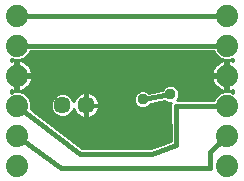
<source format=gbl>
G75*
%MOIN*%
%OFA0B0*%
%FSLAX24Y24*%
%IPPOS*%
%LPD*%
%AMOC8*
5,1,8,0,0,1.08239X$1,22.5*
%
%ADD10C,0.0740*%
%ADD11C,0.0570*%
%ADD12C,0.0100*%
%ADD13C,0.0160*%
%ADD14C,0.0376*%
D10*
X001378Y001811D03*
X001378Y002811D03*
X001378Y003811D03*
X001378Y004811D03*
X001378Y005811D03*
X001378Y006811D03*
X008378Y006811D03*
X008378Y005811D03*
X008378Y004811D03*
X008378Y003811D03*
X008378Y002811D03*
X008378Y001811D03*
D11*
X003681Y003823D03*
X002894Y003823D03*
D12*
X002528Y003674D02*
X001868Y003674D01*
X001848Y003690D02*
X001858Y003716D01*
X001858Y003907D01*
X001785Y004083D01*
X001650Y004218D01*
X001474Y004291D01*
X001283Y004291D01*
X001173Y004246D01*
X001173Y004333D01*
X001179Y004330D01*
X001257Y004304D01*
X001328Y004293D01*
X001328Y004761D01*
X001428Y004761D01*
X001428Y004293D01*
X001500Y004304D01*
X001578Y004330D01*
X001651Y004367D01*
X001717Y004415D01*
X001775Y004473D01*
X001823Y004539D01*
X001860Y004612D01*
X001886Y004690D01*
X001897Y004761D01*
X001428Y004761D01*
X001428Y004861D01*
X001328Y004861D01*
X001328Y005330D01*
X001257Y005319D01*
X001179Y005293D01*
X001173Y005290D01*
X001173Y005377D01*
X001283Y005331D01*
X001474Y005331D01*
X001650Y005404D01*
X001785Y005540D01*
X001819Y005621D01*
X007937Y005621D01*
X007971Y005540D01*
X008106Y005404D01*
X008283Y005331D01*
X008474Y005331D01*
X008582Y005376D01*
X008582Y005291D01*
X008578Y005293D01*
X008500Y005319D01*
X008428Y005330D01*
X008428Y004861D01*
X008328Y004861D01*
X008328Y004761D01*
X008428Y004761D01*
X008428Y004293D01*
X008500Y004304D01*
X008578Y004330D01*
X008582Y004332D01*
X008582Y004247D01*
X008474Y004291D01*
X008283Y004291D01*
X008106Y004218D01*
X007971Y004083D01*
X007937Y004001D01*
X006798Y004001D01*
X006790Y004008D01*
X006720Y004001D01*
X006718Y004001D01*
X006745Y004028D01*
X006791Y004138D01*
X006791Y004257D01*
X006745Y004366D01*
X006661Y004450D01*
X006552Y004495D01*
X006433Y004495D01*
X006324Y004450D01*
X006240Y004366D01*
X006229Y004339D01*
X005758Y004247D01*
X005736Y004269D01*
X005627Y004314D01*
X005508Y004314D01*
X005398Y004269D01*
X005315Y004185D01*
X005269Y004075D01*
X005269Y003957D01*
X005315Y003847D01*
X005398Y003763D01*
X005508Y003718D01*
X005627Y003718D01*
X005736Y003763D01*
X005820Y003847D01*
X005831Y003874D01*
X006302Y003966D01*
X006324Y003945D01*
X006433Y003899D01*
X006509Y003899D01*
X006495Y003886D01*
X006495Y003876D01*
X006489Y003869D01*
X006495Y003799D01*
X006499Y002639D01*
X005836Y002387D01*
X003541Y002387D01*
X001848Y003690D01*
X001858Y003773D02*
X002499Y003773D01*
X002499Y003745D02*
X002559Y003599D01*
X002670Y003488D01*
X002816Y003428D01*
X002973Y003428D01*
X003118Y003488D01*
X003229Y003599D01*
X003267Y003691D01*
X003278Y003656D01*
X003309Y003595D01*
X003350Y003540D01*
X003398Y003491D01*
X003454Y003451D01*
X003515Y003420D01*
X003580Y003399D01*
X003647Y003388D01*
X003663Y003388D01*
X003663Y003804D01*
X003700Y003804D01*
X003700Y003388D01*
X003716Y003388D01*
X003783Y003399D01*
X003848Y003420D01*
X003909Y003451D01*
X003965Y003491D01*
X004013Y003540D01*
X004054Y003595D01*
X004085Y003656D01*
X004106Y003721D01*
X004116Y003789D01*
X004116Y003804D01*
X003700Y003804D01*
X003700Y003842D01*
X003663Y003842D01*
X003663Y004258D01*
X003647Y004258D01*
X003580Y004248D01*
X003515Y004226D01*
X003454Y004195D01*
X003398Y004155D01*
X003350Y004107D01*
X003309Y004051D01*
X003278Y003990D01*
X003267Y003955D01*
X003229Y004047D01*
X003118Y004158D01*
X002973Y004218D01*
X002816Y004218D01*
X002670Y004158D01*
X002559Y004047D01*
X002499Y003902D01*
X002499Y003745D01*
X002499Y003871D02*
X001858Y003871D01*
X001832Y003970D02*
X002527Y003970D01*
X002580Y004068D02*
X001792Y004068D01*
X001702Y004167D02*
X002691Y004167D01*
X003097Y004167D02*
X003414Y004167D01*
X003322Y004068D02*
X003208Y004068D01*
X003261Y003970D02*
X003272Y003970D01*
X003260Y003674D02*
X003273Y003674D01*
X003324Y003576D02*
X003205Y003576D01*
X003091Y003477D02*
X003418Y003477D01*
X003663Y003477D02*
X003700Y003477D01*
X003700Y003576D02*
X003663Y003576D01*
X003663Y003674D02*
X003700Y003674D01*
X003700Y003773D02*
X003663Y003773D01*
X003700Y003842D02*
X004116Y003842D01*
X004116Y003857D01*
X004106Y003925D01*
X004085Y003990D01*
X004054Y004051D01*
X004013Y004107D01*
X003965Y004155D01*
X003909Y004195D01*
X003848Y004226D01*
X003783Y004248D01*
X003716Y004258D01*
X003700Y004258D01*
X003700Y003842D01*
X003700Y003871D02*
X003663Y003871D01*
X003663Y003970D02*
X003700Y003970D01*
X003700Y004068D02*
X003663Y004068D01*
X003663Y004167D02*
X003700Y004167D01*
X003949Y004167D02*
X005307Y004167D01*
X005269Y004068D02*
X004041Y004068D01*
X004091Y003970D02*
X005269Y003970D01*
X005305Y003871D02*
X004114Y003871D01*
X004114Y003773D02*
X005389Y003773D01*
X005745Y003773D02*
X006496Y003773D01*
X006491Y003871D02*
X005830Y003871D01*
X005851Y004265D02*
X005740Y004265D01*
X005395Y004265D02*
X001537Y004265D01*
X001645Y004364D02*
X006239Y004364D01*
X006353Y004462D02*
X001765Y004462D01*
X001834Y004561D02*
X007922Y004561D01*
X007934Y004539D02*
X007896Y004612D01*
X007871Y004690D01*
X007860Y004761D01*
X008328Y004761D01*
X008328Y004293D01*
X008257Y004304D01*
X008179Y004330D01*
X008106Y004367D01*
X008040Y004415D01*
X007982Y004473D01*
X007934Y004539D01*
X007992Y004462D02*
X006632Y004462D01*
X006746Y004364D02*
X008112Y004364D01*
X008220Y004265D02*
X006787Y004265D01*
X006791Y004167D02*
X008055Y004167D01*
X007965Y004068D02*
X006762Y004068D01*
X006496Y003674D02*
X004090Y003674D01*
X004039Y003576D02*
X006496Y003576D01*
X006496Y003477D02*
X003945Y003477D01*
X003149Y002689D02*
X006499Y002689D01*
X006499Y002788D02*
X003021Y002788D01*
X002893Y002886D02*
X006498Y002886D01*
X006498Y002985D02*
X002765Y002985D01*
X002637Y003083D02*
X006498Y003083D01*
X006497Y003182D02*
X002509Y003182D01*
X002381Y003280D02*
X006497Y003280D01*
X006497Y003379D02*
X002253Y003379D01*
X002124Y003477D02*
X002697Y003477D01*
X002583Y003576D02*
X001996Y003576D01*
X001220Y004265D02*
X001173Y004265D01*
X001328Y004364D02*
X001428Y004364D01*
X001428Y004462D02*
X001328Y004462D01*
X001328Y004561D02*
X001428Y004561D01*
X001428Y004659D02*
X001328Y004659D01*
X001328Y004758D02*
X001428Y004758D01*
X001428Y004856D02*
X008328Y004856D01*
X008328Y004861D02*
X007860Y004861D01*
X007871Y004933D01*
X007896Y005011D01*
X007934Y005084D01*
X007982Y005150D01*
X008040Y005208D01*
X008106Y005256D01*
X008179Y005293D01*
X008257Y005319D01*
X008328Y005330D01*
X008328Y004861D01*
X008328Y004955D02*
X008428Y004955D01*
X008428Y005053D02*
X008328Y005053D01*
X008328Y005152D02*
X008428Y005152D01*
X008428Y005250D02*
X008328Y005250D01*
X008241Y005349D02*
X001516Y005349D01*
X001500Y005319D02*
X001428Y005330D01*
X001428Y004861D01*
X001897Y004861D01*
X001886Y004933D01*
X001860Y005011D01*
X001823Y005084D01*
X001775Y005150D01*
X001717Y005208D01*
X001651Y005256D01*
X001578Y005293D01*
X001500Y005319D01*
X001428Y005250D02*
X001328Y005250D01*
X001241Y005349D02*
X001173Y005349D01*
X001328Y005152D02*
X001428Y005152D01*
X001428Y005053D02*
X001328Y005053D01*
X001328Y004955D02*
X001428Y004955D01*
X001773Y005152D02*
X007983Y005152D01*
X007918Y005053D02*
X001839Y005053D01*
X001879Y004955D02*
X007878Y004955D01*
X007860Y004758D02*
X001896Y004758D01*
X001876Y004659D02*
X007881Y004659D01*
X008328Y004659D02*
X008428Y004659D01*
X008428Y004561D02*
X008328Y004561D01*
X008328Y004462D02*
X008428Y004462D01*
X008428Y004364D02*
X008328Y004364D01*
X008537Y004265D02*
X008582Y004265D01*
X008428Y004758D02*
X008328Y004758D01*
X008098Y005250D02*
X001659Y005250D01*
X001693Y005447D02*
X008064Y005447D01*
X007969Y005546D02*
X001788Y005546D01*
X003277Y002591D02*
X006371Y002591D01*
X006112Y002492D02*
X003405Y002492D01*
X003533Y002394D02*
X005853Y002394D01*
X008516Y005349D02*
X008582Y005349D01*
D13*
X008378Y005811D02*
X001378Y005811D01*
X001378Y006811D02*
X008378Y006811D01*
X006493Y004197D02*
X005567Y004016D01*
X006685Y003807D02*
X006729Y003811D01*
X008378Y003811D01*
X008378Y002811D02*
X007815Y002248D01*
X007815Y001744D01*
X002839Y001744D01*
X001378Y002811D01*
X001378Y003811D02*
X003477Y002197D01*
X005870Y002197D01*
X006689Y002508D01*
X006685Y003807D01*
D14*
X006493Y004197D03*
X005567Y004016D03*
M02*

</source>
